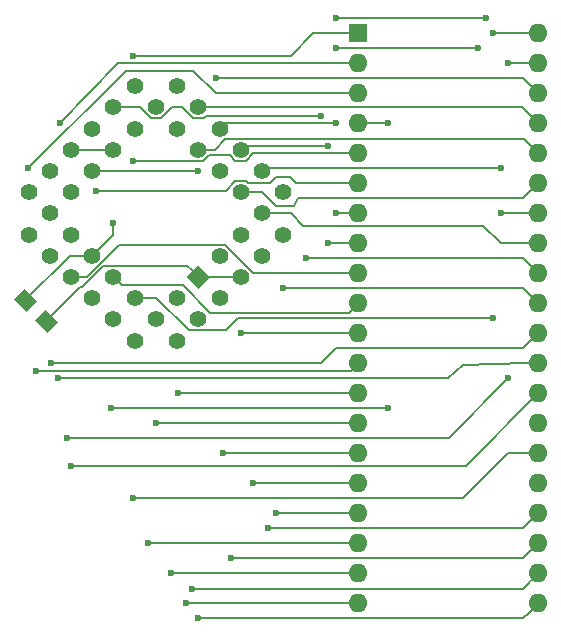
<source format=gbr>
G04 #@! TF.GenerationSoftware,KiCad,Pcbnew,(5.1.2-1)-1*
G04 #@! TF.CreationDate,2019-05-24T20:07:40+01:00*
G04 #@! TF.ProjectId,8840A_CPU,38383430-415f-4435-9055-2e6b69636164,rev?*
G04 #@! TF.SameCoordinates,Original*
G04 #@! TF.FileFunction,Copper,L1,Top*
G04 #@! TF.FilePolarity,Positive*
%FSLAX46Y46*%
G04 Gerber Fmt 4.6, Leading zero omitted, Abs format (unit mm)*
G04 Created by KiCad (PCBNEW (5.1.2-1)-1) date 2019-05-24 20:07:40*
%MOMM*%
%LPD*%
G04 APERTURE LIST*
%ADD10C,1.250000*%
%ADD11C,0.100000*%
%ADD12R,1.600000X1.600000*%
%ADD13O,1.600000X1.600000*%
%ADD14C,1.397000*%
%ADD15C,0.600000*%
%ADD16C,0.203200*%
G04 APERTURE END LIST*
D10*
X105658883Y-83433883D03*
D11*
G36*
X106631155Y-83522271D02*
G01*
X105747271Y-84406155D01*
X104686611Y-83345495D01*
X105570495Y-82461611D01*
X106631155Y-83522271D01*
X106631155Y-83522271D01*
G37*
D10*
X103891117Y-81666117D03*
D11*
G36*
X104863389Y-81754505D02*
G01*
X103979505Y-82638389D01*
X102918845Y-81577729D01*
X103802729Y-80693845D01*
X104863389Y-81754505D01*
X104863389Y-81754505D01*
G37*
D12*
X132080000Y-59055000D03*
D13*
X147320000Y-107315000D03*
X132080000Y-61595000D03*
X147320000Y-104775000D03*
X132080000Y-64135000D03*
X147320000Y-102235000D03*
X132080000Y-66675000D03*
X147320000Y-99695000D03*
X132080000Y-69215000D03*
X147320000Y-97155000D03*
X132080000Y-71755000D03*
X147320000Y-94615000D03*
X132080000Y-74295000D03*
X147320000Y-92075000D03*
X132080000Y-76835000D03*
X147320000Y-89535000D03*
X132080000Y-79375000D03*
X147320000Y-86995000D03*
X132080000Y-81915000D03*
X147320000Y-84455000D03*
X132080000Y-84455000D03*
X147320000Y-81915000D03*
X132080000Y-86995000D03*
X147320000Y-79375000D03*
X132080000Y-89535000D03*
X147320000Y-76835000D03*
X132080000Y-92075000D03*
X147320000Y-74295000D03*
X132080000Y-94615000D03*
X147320000Y-71755000D03*
X132080000Y-97155000D03*
X147320000Y-69215000D03*
X132080000Y-99695000D03*
X147320000Y-66675000D03*
X132080000Y-102235000D03*
X147320000Y-64135000D03*
X132080000Y-104775000D03*
X147320000Y-61595000D03*
X132080000Y-107315000D03*
X147320000Y-59055000D03*
D14*
X118527102Y-79683154D03*
D11*
G36*
X119514930Y-79683154D02*
G01*
X118527102Y-80670982D01*
X117539274Y-79683154D01*
X118527102Y-78695326D01*
X119514930Y-79683154D01*
X119514930Y-79683154D01*
G37*
D14*
X122119205Y-79683154D03*
X120323154Y-77887102D03*
X123915256Y-77887102D03*
X122119205Y-76091051D03*
X125711307Y-76091051D03*
X125711307Y-72498949D03*
X123915256Y-74295000D03*
X123915256Y-70702898D03*
X122119205Y-72498949D03*
X122119205Y-68906846D03*
X120323154Y-70702898D03*
X120323154Y-67110795D03*
X118527102Y-68906846D03*
X118527102Y-65314744D03*
X116731051Y-67110795D03*
X116731051Y-63518693D03*
X113138949Y-63518693D03*
X114935000Y-65314744D03*
X111342898Y-65314744D03*
X113138949Y-67110795D03*
X109546846Y-67110795D03*
X111342898Y-68906846D03*
X107750795Y-68906846D03*
X109546846Y-70702898D03*
X105954744Y-70702898D03*
X107750795Y-72498949D03*
X104158693Y-72498949D03*
X104158693Y-76091051D03*
X105954744Y-74295000D03*
X105954744Y-77887102D03*
X107750795Y-76091051D03*
X107750795Y-79683154D03*
X109546846Y-77887102D03*
X109546846Y-81479205D03*
X111342898Y-79683154D03*
X111342898Y-83275256D03*
X113138949Y-81479205D03*
X113138949Y-85071307D03*
X116731051Y-85071307D03*
X114935000Y-83275256D03*
X118527102Y-83275256D03*
X116731051Y-81479205D03*
X120323154Y-81479205D03*
D15*
X113030000Y-60960000D03*
X111342898Y-75083613D03*
X118541311Y-108575325D03*
X106823694Y-66675000D03*
X117998492Y-106071866D03*
X104140000Y-70485000D03*
X121285000Y-103505000D03*
X134620000Y-66675000D03*
X134620000Y-90805000D03*
X111125000Y-90805000D03*
X124460000Y-100965000D03*
X113030000Y-69850000D03*
X128905000Y-66040000D03*
X130175000Y-60325000D03*
X142240000Y-60325000D03*
X109855000Y-72390000D03*
X113030000Y-98425000D03*
X130175000Y-74295000D03*
X130175000Y-66675000D03*
X118525871Y-70702898D03*
X130175000Y-57785000D03*
X142875000Y-57785000D03*
X129540000Y-76835000D03*
X129540000Y-68580000D03*
X107708601Y-95643601D03*
X106680000Y-88265000D03*
X106045000Y-86995000D03*
X122112218Y-84457634D03*
X125730000Y-80645000D03*
X104775000Y-87630000D03*
X127635000Y-78105000D03*
X116840000Y-89535000D03*
X114935000Y-92075000D03*
X144145000Y-74295000D03*
X144145000Y-70485000D03*
X120650000Y-94615000D03*
X123190000Y-97155000D03*
X125095000Y-99695000D03*
X114300000Y-102235000D03*
X120015000Y-62865000D03*
X116205000Y-104775000D03*
X144780000Y-61595000D03*
X144780000Y-88265000D03*
X107388785Y-93271215D03*
X117475000Y-107315000D03*
X143510000Y-59055000D03*
X143510000Y-83185000D03*
D16*
X107750795Y-68906846D02*
X111342898Y-68906846D01*
X132080000Y-59055000D02*
X128270000Y-59055000D01*
X128270000Y-59055000D02*
X126365000Y-60960000D01*
X113030000Y-60960000D02*
X126365000Y-60960000D01*
X111342898Y-76091050D02*
X111342898Y-75083613D01*
X109546846Y-77887102D02*
X111342898Y-76091050D01*
X147320000Y-107315000D02*
X146520001Y-108114999D01*
X146050000Y-108585000D02*
X119380000Y-108585000D01*
X146520001Y-108114999D02*
X146050000Y-108585000D01*
X119370325Y-108575325D02*
X119380000Y-108585000D01*
X118541311Y-108575325D02*
X119370325Y-108575325D01*
X111760000Y-61595000D02*
X132080000Y-61595000D01*
X106823694Y-66675000D02*
X111760000Y-61595000D01*
X147320000Y-104775000D02*
X146023134Y-106071866D01*
X118422756Y-106071866D02*
X117998492Y-106071866D01*
X146023134Y-106071866D02*
X118422756Y-106071866D01*
X120015000Y-64135000D02*
X132080000Y-64135000D01*
X118110000Y-62230000D02*
X120015000Y-64135000D01*
X112395000Y-62230000D02*
X118110000Y-62230000D01*
X104140000Y-70485000D02*
X112395000Y-62230000D01*
X146050000Y-103505000D02*
X147320000Y-102235000D01*
X121285000Y-103505000D02*
X146050000Y-103505000D01*
X132080000Y-66675000D02*
X134620000Y-66675000D01*
X134620000Y-90805000D02*
X111125000Y-90805000D01*
X146050000Y-100965000D02*
X124460000Y-100965000D01*
X147320000Y-99695000D02*
X146050000Y-100965000D01*
X118956058Y-69850000D02*
X113030000Y-69850000D01*
X121192104Y-69351855D02*
X119454203Y-69351855D01*
X121674196Y-69833947D02*
X121192104Y-69351855D01*
X122564214Y-69833947D02*
X121674196Y-69833947D01*
X132080000Y-69215000D02*
X123183161Y-69215000D01*
X119454203Y-69351855D02*
X118956058Y-69850000D01*
X123183161Y-69215000D02*
X122564214Y-69833947D01*
X119173956Y-66040000D02*
X128905000Y-66040000D01*
X118972111Y-66241845D02*
X119173956Y-66040000D01*
X115380009Y-66241845D02*
X116307110Y-65314744D01*
X116307110Y-65314744D02*
X117154992Y-65314744D01*
X117154992Y-65314744D02*
X118082093Y-66241845D01*
X113562890Y-65314744D02*
X114489991Y-66241845D01*
X118082093Y-66241845D02*
X118972111Y-66241845D01*
X114489991Y-66241845D02*
X115380009Y-66241845D01*
X111342898Y-65314744D02*
X113562890Y-65314744D01*
X130175000Y-60325000D02*
X142240000Y-60325000D01*
X122747366Y-71755000D02*
X122564214Y-71571848D01*
X124616158Y-71755000D02*
X122747366Y-71755000D01*
X126293093Y-71241637D02*
X125129521Y-71241637D01*
X132080000Y-71755000D02*
X126806456Y-71755000D01*
X125129521Y-71241637D02*
X124616158Y-71755000D01*
X120856044Y-72390000D02*
X109855000Y-72390000D01*
X121674196Y-71571848D02*
X120856044Y-72390000D01*
X122564214Y-71571848D02*
X121674196Y-71571848D01*
X126806456Y-71755000D02*
X126293093Y-71241637D01*
X147320000Y-94615000D02*
X144780000Y-94615000D01*
X140970000Y-98425000D02*
X113030000Y-98425000D01*
X144780000Y-94615000D02*
X140970000Y-98425000D01*
X132080000Y-74295000D02*
X130175000Y-74295000D01*
X120758949Y-66675000D02*
X120323154Y-67110795D01*
X130175000Y-66675000D02*
X120758949Y-66675000D01*
X109546846Y-70702898D02*
X118525871Y-70702898D01*
X130175000Y-57785000D02*
X142875000Y-57785000D01*
X132080000Y-76835000D02*
X129540000Y-76835000D01*
X122446051Y-68580000D02*
X122119205Y-68906846D01*
X129540000Y-68580000D02*
X122446051Y-68580000D01*
X147320000Y-89535000D02*
X141211399Y-95643601D01*
X141211399Y-95643601D02*
X107708601Y-95643601D01*
X109079858Y-79683154D02*
X108738623Y-79683154D01*
X108738623Y-79683154D02*
X107750795Y-79683154D01*
X111803011Y-76960001D02*
X109079858Y-79683154D01*
X120775001Y-76960001D02*
X111803011Y-76960001D01*
X122548161Y-78733161D02*
X120775001Y-76960001D01*
X122548161Y-78740000D02*
X122548161Y-78733161D01*
X123183161Y-79375000D02*
X122548161Y-78740000D01*
X132080000Y-79375000D02*
X123183161Y-79375000D01*
X146188630Y-86995000D02*
X147320000Y-86995000D01*
X140970000Y-87121165D02*
X146188630Y-86995000D01*
X139700000Y-88265000D02*
X140970000Y-87121165D01*
X106680000Y-88265000D02*
X139700000Y-88265000D01*
X117211653Y-80381653D02*
X112041397Y-80381653D01*
X131280001Y-82714999D02*
X119544999Y-82714999D01*
X112041397Y-80381653D02*
X111342898Y-79683154D01*
X119544999Y-82714999D02*
X117211653Y-80381653D01*
X132080000Y-81915000D02*
X131280001Y-82714999D01*
X128905000Y-86995000D02*
X106045000Y-86995000D01*
X147320000Y-84455000D02*
X146050000Y-85725000D01*
X146050000Y-85725000D02*
X130175000Y-85725000D01*
X130175000Y-85725000D02*
X128905000Y-86995000D01*
X132080000Y-84455000D02*
X122555000Y-84455000D01*
X122552366Y-84457634D02*
X122555000Y-84455000D01*
X122112218Y-84457634D02*
X122552366Y-84457634D01*
X118527102Y-79683154D02*
X122119205Y-79683154D01*
X146050000Y-80645000D02*
X125730000Y-80645000D01*
X147320000Y-81915000D02*
X146050000Y-80645000D01*
X132080000Y-86995000D02*
X131445000Y-87630000D01*
X131445000Y-87630000D02*
X104775000Y-87630000D01*
X146050000Y-78105000D02*
X127635000Y-78105000D01*
X147320000Y-79375000D02*
X146050000Y-78105000D01*
X132080000Y-89535000D02*
X116840000Y-89535000D01*
X147320000Y-76835000D02*
X144145000Y-76835000D01*
X142633601Y-75323601D02*
X127393601Y-75323601D01*
X144145000Y-76835000D02*
X142633601Y-75323601D01*
X126365000Y-74295000D02*
X123915256Y-74295000D01*
X127393601Y-75323601D02*
X126365000Y-74295000D01*
X132080000Y-92075000D02*
X114935000Y-92075000D01*
X147320000Y-74295000D02*
X144145000Y-74295000D01*
X124133154Y-70485000D02*
X123915256Y-70702898D01*
X144145000Y-70485000D02*
X124133154Y-70485000D01*
X120650000Y-94615000D02*
X132080000Y-94615000D01*
X123933949Y-72498949D02*
X122119205Y-72498949D01*
X125095000Y-73660000D02*
X123933949Y-72498949D01*
X126598950Y-73660000D02*
X125095000Y-73660000D01*
X127000000Y-73025000D02*
X126598950Y-73660000D01*
X146050000Y-73025000D02*
X127000000Y-73025000D01*
X147320000Y-71755000D02*
X146050000Y-73025000D01*
X123190000Y-97155000D02*
X132080000Y-97155000D01*
X119899213Y-68906846D02*
X118527102Y-68906846D01*
X120826314Y-67979745D02*
X119899213Y-68906846D01*
X146084745Y-67979745D02*
X120826314Y-67979745D01*
X147320000Y-69215000D02*
X146084745Y-67979745D01*
X132080000Y-99695000D02*
X125095000Y-99695000D01*
X118706170Y-65493812D02*
X118527102Y-65314744D01*
X145959744Y-65314744D02*
X147320000Y-66675000D01*
X118527102Y-65314744D02*
X145959744Y-65314744D01*
X132080000Y-102235000D02*
X114300000Y-102235000D01*
X146050000Y-62865000D02*
X146520001Y-63335001D01*
X146520001Y-63335001D02*
X147320000Y-64135000D01*
X120015000Y-62865000D02*
X146050000Y-62865000D01*
X132080000Y-104775000D02*
X116205000Y-104775000D01*
X147320000Y-61595000D02*
X144780000Y-61595000D01*
X144780000Y-88265000D02*
X139773785Y-93271215D01*
X139773785Y-93271215D02*
X107388785Y-93271215D01*
X132080000Y-107315000D02*
X117475000Y-107315000D01*
X147320000Y-59055000D02*
X143510000Y-59055000D01*
X143510000Y-83185000D02*
X121920000Y-83185000D01*
X113138949Y-81479205D02*
X114978834Y-81479205D01*
X117701986Y-84202357D02*
X120902643Y-84202357D01*
X114978834Y-81479205D02*
X117701986Y-84202357D01*
X120902643Y-84202357D02*
X121920000Y-83185000D01*
X108540662Y-80552104D02*
X108677896Y-80552104D01*
X105658883Y-83433883D02*
X108540662Y-80552104D01*
X117962478Y-79118530D02*
X118527102Y-79683154D01*
X108677896Y-80552104D02*
X110473947Y-78756053D01*
X110473947Y-78756053D02*
X117600001Y-78756053D01*
X117600001Y-78756053D02*
X117962478Y-79118530D01*
X107670132Y-77887102D02*
X103891117Y-81666117D01*
X109546846Y-77887102D02*
X107670132Y-77887102D01*
M02*

</source>
